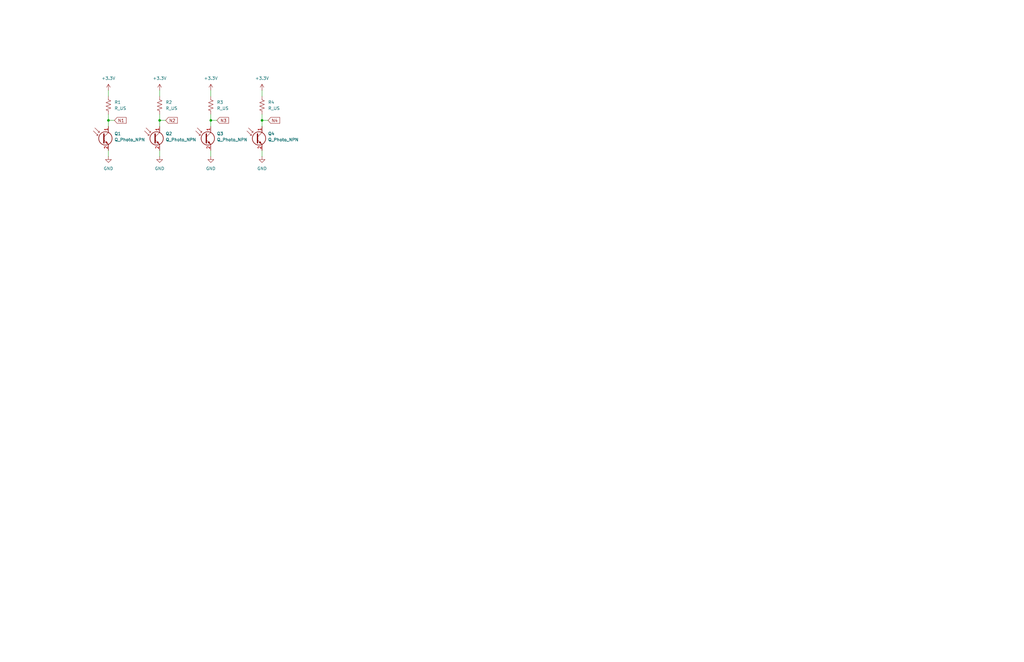
<source format=kicad_sch>
(kicad_sch (version 20250114) (generator "eeschema") (generator_version "9.0")
  (paper "B")
  (lib_symbols
    (symbol "Device:Q_Photo_NPN" (pin_names (offset 0) (hide yes))
      (property "Reference" "Q" (at 5.08 1.27 0))
      (property "Value" "Q_Photo_NPN" (at 5.08 -1.27 0))
      (symbol "Q_Photo_NPN_0_1"
        (polyline (pts (xy -3.81 3.175) (xy -1.905 1.27) (xy -1.905 1.905)))
        (polyline (pts (xy -3.175 4.445) (xy -1.27 2.54) (xy -1.27 3.175)))
        (polyline (pts (xy -1.905 1.27) (xy -2.54 1.27)))
        (polyline (pts (xy -1.27 2.54) (xy -1.905 2.54)))
        (polyline (pts (xy 0.635 1.905) (xy 0.635 -1.905) (xy 0.635 -1.905)) (stroke (width 0.508)))
        (polyline (pts (xy 0.635 0.635) (xy 2.54 2.54)))
        (polyline (pts (xy 0.635 -0.635) (xy 2.54 -2.54) (xy 2.54 -2.54)))
        (circle (center 1.27 0) (radius 2.8194) (stroke (width 0.254)))
        (polyline (pts (xy 1.27 -1.778) (xy 1.778 -1.27) (xy 2.286 -2.286) (xy 1.27 -1.778) (xy 1.27 -1.778)) (fill (type outline)))
      )
      (symbol "Q_Photo_NPN_1_1"
        (pin passive line (at 2.54 5.08 270) (length 2.54) (name "C") (number "1"))
        (pin passive line (at 2.54 -5.08 90) (length 2.54) (name "E") (number "2"))
      )
    )
    (symbol "Device:R_US" (pin_numbers (hide yes)) (pin_names (offset 0))
      (property "Reference" "R" (at 2.54 0 90))
      (property "Value" "R_US" (at -2.54 0 90))
      (symbol "R_US_0_1"
        (polyline (pts (xy 0 2.286) (xy 0 2.54)))
        (polyline (pts (xy 0 2.286) (xy 1.016 1.905) (xy 0 1.524) (xy -1.016 1.143) (xy 0 0.762)))
        (polyline (pts (xy 0 0.762) (xy 1.016 0.381) (xy 0 0) (xy -1.016 -0.381) (xy 0 -0.762)))
        (polyline (pts (xy 0 -0.762) (xy 1.016 -1.143) (xy 0 -1.524) (xy -1.016 -1.905) (xy 0 -2.286)))
        (polyline (pts (xy 0 -2.286) (xy 0 -2.54)))
      )
      (symbol "R_US_1_1"
        (pin passive line (at 0 3.81 270) (length 1.27) (name "~") (number "1"))
        (pin passive line (at 0 -3.81 90) (length 1.27) (name "~") (number "2"))
      )
    )
    (symbol "power:+3.3V" (power) (pin_numbers (hide yes)) (pin_names (offset 0) (hide yes))
      (property "Value" "+3.3V" (at 0 3.556 0))
      (symbol "+3.3V_0_1"
        (polyline (pts (xy -0.762 1.27) (xy 0 2.54)))
        (polyline (pts (xy 0 2.54) (xy 0.762 1.27)))
        (polyline (pts (xy 0 0) (xy 0 2.54)))
      )
      (symbol "+3.3V_1_1"
        (pin power_in line (at 0 0 90) (length 0) (name "~") (number "1"))
      )
    )
    (symbol "power:GND" (power) (pin_numbers (hide yes)) (pin_names (offset 0) (hide yes))
      (property "Value" "GND" (at 0 -3.81 0))
      (symbol "GND_0_1"
        (polyline (pts (xy 0 0) (xy 0 -1.27) (xy 1.27 -1.27) (xy 0 -2.54) (xy -1.27 -1.27) (xy 0 -1.27)))
      )
      (symbol "GND_1_1"
        (pin power_in line (at 0 0 270) (length 0) (name "~") (number "1"))
      )
    )
  )
  (junction (at 45.72 50.8))
  (junction (at 67.31 50.8))
  (junction (at 88.9 50.8))
  (junction (at 110.49 50.8))
  (wire (pts (xy 45.72 48.26) (xy 45.72 50.8)))
  (wire (pts (xy 110.49 38.1) (xy 110.49 40.64)))
  (wire (pts (xy 88.9 50.8) (xy 91.44 50.8)))
  (wire (pts (xy 88.9 63.5) (xy 88.9 66.04)))
  (wire (pts (xy 45.72 63.5) (xy 45.72 66.04)))
  (wire (pts (xy 67.31 50.8) (xy 67.31 53.34)))
  (wire (pts (xy 88.9 48.26) (xy 88.9 50.8)))
  (wire (pts (xy 67.31 63.5) (xy 67.31 66.04)))
  (wire (pts (xy 67.31 48.26) (xy 67.31 50.8)))
  (wire (pts (xy 88.9 50.8) (xy 88.9 53.34)))
  (wire (pts (xy 110.49 48.26) (xy 110.49 50.8)))
  (wire (pts (xy 88.9 38.1) (xy 88.9 40.64)))
  (wire (pts (xy 110.49 50.8) (xy 110.49 53.34)))
  (wire (pts (xy 45.72 50.8) (xy 48.26 50.8)))
  (wire (pts (xy 110.49 50.8) (xy 113.03 50.8)))
  (wire (pts (xy 67.31 38.1) (xy 67.31 40.64)))
  (wire (pts (xy 110.49 63.5) (xy 110.49 66.04)))
  (wire (pts (xy 67.31 50.8) (xy 69.85 50.8)))
  (wire (pts (xy 45.72 50.8) (xy 45.72 53.34)))
  (wire (pts (xy 45.72 38.1) (xy 45.72 40.64)))
  (global_label "N1" (shape input) (at 48.26 50.8 0) (property "Intersheetrefs" "${INTERSHEET_REFS}" (effects (hide yes))))
  (global_label "N2" (shape input) (at 69.85 50.8 0) (property "Intersheetrefs" "${INTERSHEET_REFS}" (effects (hide yes))))
  (global_label "N4" (shape input) (at 113.03 50.8 0) (property "Intersheetrefs" "${INTERSHEET_REFS}" (effects (hide yes))))
  (global_label "N3" (shape input) (at 91.44 50.8 0) (property "Intersheetrefs" "${INTERSHEET_REFS}" (effects (hide yes))))
  (symbol (lib_id "power:+3.3V") (at 45.72 38.1 0) (unit 1)
    (property "Reference" "#PWR024" (effects (hide yes)))
    (property "Value" "+3.3V" (at 45.72 33.02 0))
    (property "Description" "Power symbol creates a global label with name \"+3.3V\"" (effects (hide yes)))
  )
  (symbol (lib_id "Device:R_US") (at 110.49 44.45 0) (unit 1)
    (property "Reference" "R4" (at 113.03 43.1799 0) (effects (justify left)))
    (property "Value" "R_US" (at 113.03 45.7199 0) (effects (justify left)))
    (property "Description" "Resistor, US symbol" (effects (hide yes)))
  )
  (symbol (lib_id "Device:Q_Photo_NPN") (at 43.18 58.42 0) (unit 1)
    (property "Reference" "Q1" (at 48.26 56.4006 0) (effects (justify left)))
    (property "Value" "Q_Photo_NPN" (at 48.26 58.9406 0) (effects (justify left)))
    (property "Description" "NPN phototransistor, collector/emitter" (effects (hide yes)))
  )
  (symbol (lib_id "Device:Q_Photo_NPN") (at 107.95 58.42 0) (unit 1)
    (property "Reference" "Q4" (at 113.03 56.4006 0) (effects (justify left)))
    (property "Value" "Q_Photo_NPN" (at 113.03 58.9406 0) (effects (justify left)))
    (property "Description" "NPN phototransistor, collector/emitter" (effects (hide yes)))
  )
  (symbol (lib_id "Device:R_US") (at 88.9 44.45 0) (unit 1)
    (property "Reference" "R3" (at 91.44 43.1799 0) (effects (justify left)))
    (property "Value" "R_US" (at 91.44 45.7199 0) (effects (justify left)))
    (property "Description" "Resistor, US symbol" (effects (hide yes)))
  )
  (symbol (lib_id "power:+3.3V") (at 110.49 38.1 0) (unit 1)
    (property "Reference" "#PWR027" (effects (hide yes)))
    (property "Value" "+3.3V" (at 110.49 33.02 0))
    (property "Description" "Power symbol creates a global label with name \"+3.3V\"" (effects (hide yes)))
  )
  (symbol (lib_id "Device:R_US") (at 67.31 44.45 0) (unit 1)
    (property "Reference" "R2" (at 69.85 43.1799 0) (effects (justify left)))
    (property "Value" "R_US" (at 69.85 45.7199 0) (effects (justify left)))
    (property "Description" "Resistor, US symbol" (effects (hide yes)))
  )
  (symbol (lib_id "power:GND") (at 67.31 66.04 0) (unit 1)
    (property "Reference" "#PWR02" (effects (hide yes)))
    (property "Value" "GND" (at 67.31 71.12 0))
    (property "Description" "Power symbol creates a global label with name \"GND\" , ground" (effects (hide yes)))
  )
  (symbol (lib_id "Device:Q_Photo_NPN") (at 86.36 58.42 0) (unit 1)
    (property "Reference" "Q3" (at 91.44 56.4006 0) (effects (justify left)))
    (property "Value" "Q_Photo_NPN" (at 91.44 58.9406 0) (effects (justify left)))
    (property "Description" "NPN phototransistor, collector/emitter" (effects (hide yes)))
  )
  (symbol (lib_id "power:GND") (at 45.72 66.04 0) (unit 1)
    (property "Reference" "#PWR01" (effects (hide yes)))
    (property "Value" "GND" (at 45.72 71.12 0))
    (property "Description" "Power symbol creates a global label with name \"GND\" , ground" (effects (hide yes)))
  )
  (symbol (lib_id "power:GND") (at 88.9 66.04 0) (unit 1)
    (property "Reference" "#PWR03" (effects (hide yes)))
    (property "Value" "GND" (at 88.9 71.12 0))
    (property "Description" "Power symbol creates a global label with name \"GND\" , ground" (effects (hide yes)))
  )
  (symbol (lib_id "power:GND") (at 110.49 66.04 0) (unit 1)
    (property "Reference" "#PWR04" (effects (hide yes)))
    (property "Value" "GND" (at 110.49 71.12 0))
    (property "Description" "Power symbol creates a global label with name \"GND\" , ground" (effects (hide yes)))
  )
  (symbol (lib_id "Device:Q_Photo_NPN") (at 64.77 58.42 0) (unit 1)
    (property "Reference" "Q2" (at 69.85 56.4006 0) (effects (justify left)))
    (property "Value" "Q_Photo_NPN" (at 69.85 58.9406 0) (effects (justify left)))
    (property "Description" "NPN phototransistor, collector/emitter" (effects (hide yes)))
  )
  (symbol (lib_id "power:+3.3V") (at 67.31 38.1 0) (unit 1)
    (property "Reference" "#PWR025" (effects (hide yes)))
    (property "Value" "+3.3V" (at 67.31 33.02 0))
    (property "Description" "Power symbol creates a global label with name \"+3.3V\"" (effects (hide yes)))
  )
  (symbol (lib_id "Device:R_US") (at 45.72 44.45 0) (unit 1)
    (property "Reference" "R1" (at 48.26 43.1799 0) (effects (justify left)))
    (property "Value" "R_US" (at 48.26 45.7199 0) (effects (justify left)))
    (property "Description" "Resistor, US symbol" (effects (hide yes)))
  )
  (symbol (lib_id "power:+3.3V") (at 88.9 38.1 0) (unit 1)
    (property "Reference" "#PWR026" (effects (hide yes)))
    (property "Value" "+3.3V" (at 88.9 33.02 0))
    (property "Description" "Power symbol creates a global label with name \"+3.3V\"" (effects (hide yes)))
  )
)
</source>
